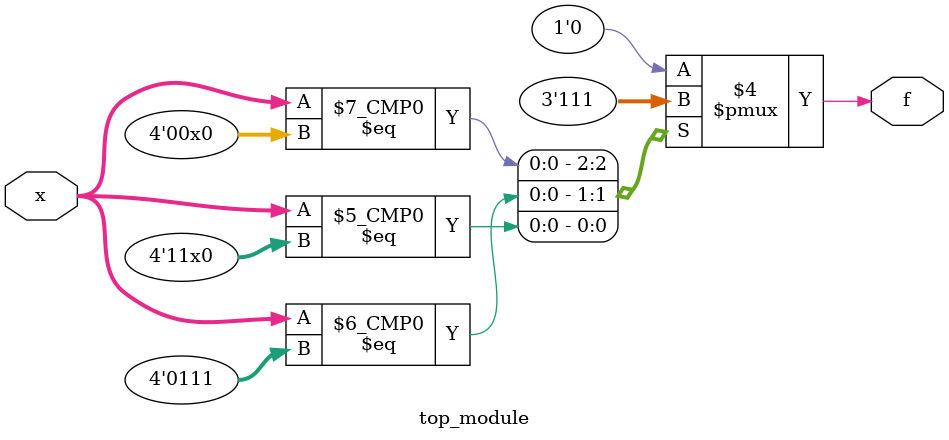
<source format=sv>
module top_module (
    input [4:1] x,
    output logic f
);

    always_comb begin
        case (x)
            4'b00x0: f = 1'b1;
            4'b00x1: f = 1'b0;
            4'b0101: f = 1'b0;
            4'b0111: f = 1'b1;
            4'b11x0: f = 1'b1;
            4'b1100: f = 1'b1;
            4'b1101: f = 1'b0;
            default: f = 1'b0;
        endcase
    end
endmodule

</source>
